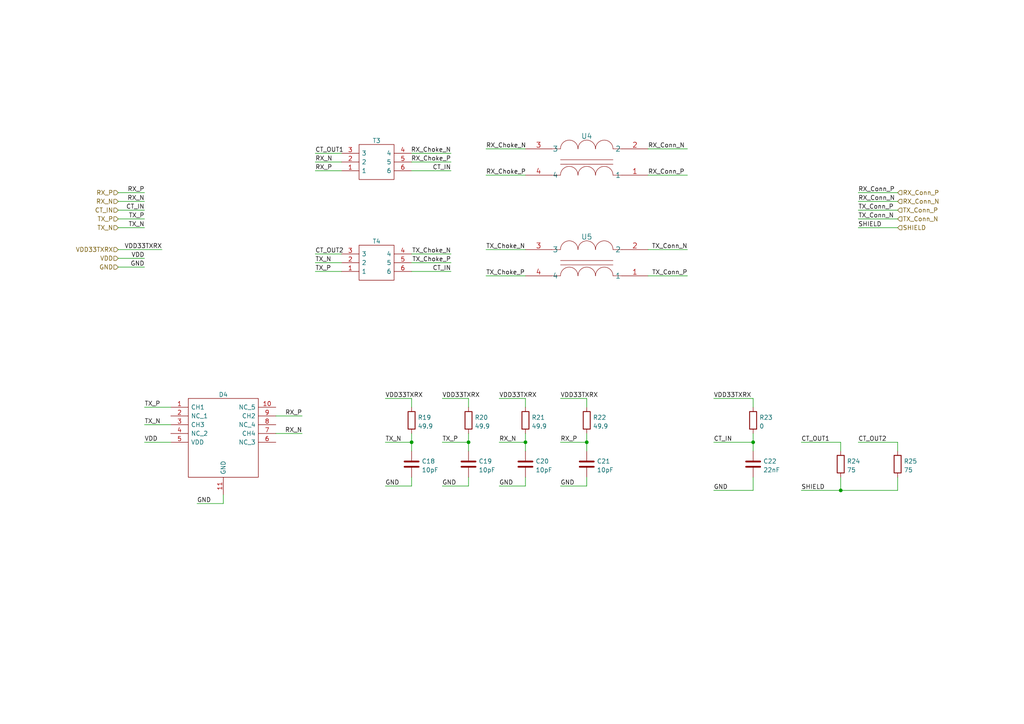
<source format=kicad_sch>
(kicad_sch (version 20230121) (generator eeschema)
  (paper "A4")
  (lib_symbols
    (symbol "CMS_ESD_Protection:CDDFN10-3304NA" (pin_names (offset 0.762))
      (property "Reference" "D" (at 26.67 7.62 0))
      (symbol "CDDFN10-3304NA_0_0"
        (pin bidirectional line (at 0 0 0) (length 5.08) (name "CH1") (number "1"))
        (pin passive line (at 30.48 0 180) (length 5.08) (name "NC_5") (number "10"))
        (pin power_in line (at 15.24 -25.4 90) (length 5.08) (name "GND") (number "11"))
        (pin passive line (at 0 -2.54 0) (length 5.08) (name "NC_1") (number "2"))
        (pin bidirectional line (at 0 -5.08 0) (length 5.08) (name "CH3") (number "3"))
        (pin passive line (at 0 -7.62 0) (length 5.08) (name "NC_2") (number "4"))
        (pin power_in line (at 0 -10.16 0) (length 5.08) (name "VDD") (number "5"))
        (pin passive line (at 30.48 -10.16 180) (length 5.08) (name "NC_3") (number "6"))
        (pin bidirectional line (at 30.48 -7.62 180) (length 5.08) (name "CH4") (number "7"))
        (pin passive line (at 30.48 -5.08 180) (length 5.08) (name "NC_4") (number "8"))
        (pin bidirectional line (at 30.48 -2.54 180) (length 5.08) (name "CH2") (number "9"))
      )
      (symbol "CDDFN10-3304NA_0_1"
        (polyline (pts (xy 5.08 2.54) (xy 25.4 2.54) (xy 25.4 -20.32) (xy 5.08 -20.32) (xy 5.08 2.54)) (stroke (width 0.1524)))
      )
    )
    (symbol "CMS_Transformer_Choke:ACM2012-900-2P-T001" (pin_names (offset 0.254))
      (property "Reference" "U" (at 20.32 10.16 0))
      (property "Value" "ACM2012-900-2P-T001" (at 20.32 7.62 0))
      (symbol "ACM2012-900-2P-T001_1_1"
        (polyline (pts (xy 12.7 -7.62) (xy 15.24 -7.62)) (stroke (width 0.127)))
        (polyline (pts (xy 12.7 0) (xy 15.24 0)) (stroke (width 0.127)))
        (polyline (pts (xy 15.24 -3.175) (xy 30.48 -3.175)) (stroke (width 0.127)))
        (polyline (pts (xy 30.48 -4.445) (xy 15.24 -4.445)) (stroke (width 0.127)))
        (polyline (pts (xy 33.02 -7.62) (xy 30.48 -7.62)) (stroke (width 0.127)))
        (polyline (pts (xy 33.02 0) (xy 30.48 0)) (stroke (width 0.127)))
        (arc (start 15.24 -7.62) (mid 17.78 -10.149) (end 20.32 -7.62) (stroke (width 0.127)))
        (arc (start 15.24 0) (mid 17.78 -2.529) (end 20.32 0) (stroke (width 0.127)))
        (arc (start 20.32 -7.62) (mid 22.86 -10.149) (end 25.4 -7.62) (stroke (width 0.127)))
        (arc (start 20.32 0) (mid 22.86 -2.529) (end 25.4 0) (stroke (width 0.127)))
        (arc (start 25.4 -7.62) (mid 27.94 -10.149) (end 30.48 -7.62) (stroke (width 0.127)))
        (arc (start 25.4 0) (mid 27.94 -2.529) (end 30.48 0) (stroke (width 0.127)))
        (pin unspecified line (at 5.08 0 0) (length 7.62) (name "1") (number "1"))
        (pin unspecified line (at 5.08 -7.62 0) (length 7.62) (name "2") (number "2"))
        (pin unspecified line (at 40.64 -7.62 180) (length 7.62) (name "3") (number "3"))
        (pin unspecified line (at 40.64 0 180) (length 7.62) (name "4") (number "4"))
      )
    )
    (symbol "CMS_Transformer_Choke:ALT4532M-171-T001" (pin_names (offset 0.762))
      (property "Reference" "T" (at 16.51 7.62 0))
      (symbol "ALT4532M-171-T001_0_0"
        (pin passive line (at 0 -5.08 0) (length 5.08) (name "1") (number "1"))
        (pin passive line (at 0 -2.54 0) (length 5.08) (name "2") (number "2"))
        (pin passive line (at 0 0 0) (length 5.08) (name "3") (number "3"))
        (pin passive line (at 20.32 0 180) (length 5.08) (name "4") (number "4"))
        (pin passive line (at 20.32 -2.54 180) (length 5.08) (name "5") (number "5"))
        (pin passive line (at 20.32 -5.08 180) (length 5.08) (name "6") (number "6"))
      )
      (symbol "ALT4532M-171-T001_0_1"
        (polyline (pts (xy 5.08 2.54) (xy 15.24 2.54) (xy 15.24 -7.62) (xy 5.08 -7.62) (xy 5.08 2.54)) (stroke (width 0.1524)))
      )
    )
    (symbol "Device:C" (pin_numbers hide) (pin_names (offset 0.254))
      (property "Reference" "C" (at 0.635 2.54 0))
      (property "Value" "C" (at 0.635 -2.54 0))
      (symbol "C_0_1"
        (polyline (pts (xy -2.032 -0.762) (xy 2.032 -0.762)) (stroke (width 0.508)))
        (polyline (pts (xy -2.032 0.762) (xy 2.032 0.762)) (stroke (width 0.508)))
      )
      (symbol "C_1_1"
        (pin passive line (at 0 3.81 270) (length 2.794) (name "~") (number "1"))
        (pin passive line (at 0 -3.81 90) (length 2.794) (name "~") (number "2"))
      )
    )
    (symbol "Device:R" (pin_numbers hide) (pin_names (offset 0))
      (property "Reference" "R" (at 2.032 0 90))
      (property "Value" "R" (at 0 0 90))
      (symbol "R_0_1"
        (rectangle (start -1.016 -2.54) (end 1.016 2.54) (stroke (width 0.254)))
      )
      (symbol "R_1_1"
        (pin passive line (at 0 3.81 270) (length 1.27) (name "~") (number "1"))
        (pin passive line (at 0 -3.81 90) (length 1.27) (name "~") (number "2"))
      )
    )
  )
  (junction (at 170.18 128.27))
  (junction (at 218.44 128.27))
  (junction (at 135.89 128.27))
  (junction (at 119.38 128.27))
  (junction (at 243.84 142.24))
  (junction (at 152.4 128.27))
  (wire (pts (xy 199.39 72.39) (xy 187.96 72.39)))
  (wire (pts (xy 152.4 72.39) (xy 140.97 72.39)))
  (wire (pts (xy 248.92 58.42) (xy 260.35 58.42)))
  (wire (pts (xy 34.29 58.42) (xy 41.91 58.42)))
  (wire (pts (xy 260.35 142.24) (xy 243.84 142.24)))
  (wire (pts (xy 152.4 128.27) (xy 152.4 130.81)))
  (wire (pts (xy 152.4 80.01) (xy 140.97 80.01)))
  (wire (pts (xy 130.81 78.74) (xy 119.38 78.74)))
  (wire (pts (xy 91.44 78.74) (xy 99.06 78.74)))
  (wire (pts (xy 218.44 118.11) (xy 218.44 115.57)))
  (wire (pts (xy 111.76 115.57) (xy 119.38 115.57)))
  (wire (pts (xy 135.89 125.73) (xy 135.89 128.27)))
  (wire (pts (xy 111.76 140.97) (xy 119.38 140.97)))
  (wire (pts (xy 248.92 128.27) (xy 260.35 128.27)))
  (wire (pts (xy 130.81 44.45) (xy 119.38 44.45)))
  (wire (pts (xy 218.44 125.73) (xy 218.44 128.27)))
  (wire (pts (xy 34.29 77.47) (xy 41.91 77.47)))
  (wire (pts (xy 34.29 72.39) (xy 46.99 72.39)))
  (wire (pts (xy 128.27 115.57) (xy 135.89 115.57)))
  (wire (pts (xy 170.18 118.11) (xy 170.18 115.57)))
  (wire (pts (xy 135.89 138.43) (xy 135.89 140.97)))
  (wire (pts (xy 130.81 76.2) (xy 119.38 76.2)))
  (wire (pts (xy 64.77 143.51) (xy 64.77 146.05)))
  (wire (pts (xy 119.38 125.73) (xy 119.38 128.27)))
  (wire (pts (xy 91.44 76.2) (xy 99.06 76.2)))
  (wire (pts (xy 128.27 140.97) (xy 135.89 140.97)))
  (wire (pts (xy 162.56 140.97) (xy 170.18 140.97)))
  (wire (pts (xy 119.38 128.27) (xy 111.76 128.27)))
  (wire (pts (xy 80.01 120.65) (xy 87.63 120.65)))
  (wire (pts (xy 144.78 140.97) (xy 152.4 140.97)))
  (wire (pts (xy 218.44 128.27) (xy 218.44 130.81)))
  (wire (pts (xy 119.38 128.27) (xy 119.38 130.81)))
  (wire (pts (xy 248.92 55.88) (xy 260.35 55.88)))
  (wire (pts (xy 144.78 115.57) (xy 152.4 115.57)))
  (wire (pts (xy 140.97 43.18) (xy 152.4 43.18)))
  (wire (pts (xy 170.18 138.43) (xy 170.18 140.97)))
  (wire (pts (xy 91.44 49.53) (xy 99.06 49.53)))
  (wire (pts (xy 91.44 73.66) (xy 99.06 73.66)))
  (wire (pts (xy 152.4 118.11) (xy 152.4 115.57)))
  (wire (pts (xy 135.89 118.11) (xy 135.89 115.57)))
  (wire (pts (xy 152.4 138.43) (xy 152.4 140.97)))
  (wire (pts (xy 135.89 128.27) (xy 135.89 130.81)))
  (wire (pts (xy 152.4 125.73) (xy 152.4 128.27)))
  (wire (pts (xy 207.01 128.27) (xy 218.44 128.27)))
  (wire (pts (xy 140.97 50.8) (xy 152.4 50.8)))
  (wire (pts (xy 199.39 80.01) (xy 187.96 80.01)))
  (wire (pts (xy 218.44 138.43) (xy 218.44 142.24)))
  (wire (pts (xy 207.01 115.57) (xy 218.44 115.57)))
  (wire (pts (xy 260.35 138.43) (xy 260.35 142.24)))
  (wire (pts (xy 34.29 63.5) (xy 41.91 63.5)))
  (wire (pts (xy 41.91 123.19) (xy 49.53 123.19)))
  (wire (pts (xy 187.96 50.8) (xy 199.39 50.8)))
  (wire (pts (xy 248.92 60.96) (xy 260.35 60.96)))
  (wire (pts (xy 80.01 125.73) (xy 87.63 125.73)))
  (wire (pts (xy 243.84 138.43) (xy 243.84 142.24)))
  (wire (pts (xy 248.92 66.04) (xy 260.35 66.04)))
  (wire (pts (xy 260.35 128.27) (xy 260.35 130.81)))
  (wire (pts (xy 130.81 49.53) (xy 119.38 49.53)))
  (wire (pts (xy 170.18 128.27) (xy 162.56 128.27)))
  (wire (pts (xy 130.81 73.66) (xy 119.38 73.66)))
  (wire (pts (xy 170.18 125.73) (xy 170.18 128.27)))
  (wire (pts (xy 152.4 128.27) (xy 144.78 128.27)))
  (wire (pts (xy 34.29 74.93) (xy 41.91 74.93)))
  (wire (pts (xy 232.41 142.24) (xy 243.84 142.24)))
  (wire (pts (xy 91.44 46.99) (xy 99.06 46.99)))
  (wire (pts (xy 91.44 44.45) (xy 99.06 44.45)))
  (wire (pts (xy 243.84 128.27) (xy 243.84 130.81)))
  (wire (pts (xy 41.91 118.11) (xy 49.53 118.11)))
  (wire (pts (xy 57.15 146.05) (xy 64.77 146.05)))
  (wire (pts (xy 170.18 128.27) (xy 170.18 130.81)))
  (wire (pts (xy 41.91 60.96) (xy 34.29 60.96)))
  (wire (pts (xy 49.53 128.27) (xy 41.91 128.27)))
  (wire (pts (xy 119.38 138.43) (xy 119.38 140.97)))
  (wire (pts (xy 135.89 128.27) (xy 128.27 128.27)))
  (wire (pts (xy 119.38 118.11) (xy 119.38 115.57)))
  (wire (pts (xy 34.29 66.04) (xy 41.91 66.04)))
  (wire (pts (xy 232.41 128.27) (xy 243.84 128.27)))
  (wire (pts (xy 119.38 46.99) (xy 130.81 46.99)))
  (wire (pts (xy 162.56 115.57) (xy 170.18 115.57)))
  (wire (pts (xy 207.01 142.24) (xy 218.44 142.24)))
  (wire (pts (xy 187.96 43.18) (xy 199.39 43.18)))
  (wire (pts (xy 34.29 55.88) (xy 41.91 55.88)))
  (wire (pts (xy 248.92 63.5) (xy 260.35 63.5)))
  (label "TX_Conn_P" (at 248.92 60.96 0))
  (label "VDD33TXRX" (at 144.78 115.57 0))
  (label "TX_P" (at 41.91 63.5 180))
  (label "CT_OUT1" (at 91.44 44.45 0))
  (label "RX_Conn_N" (at 187.96 43.18 0))
  (label "GND" (at 128.27 140.97 0))
  (label "TX_Conn_P" (at 199.39 80.01 180))
  (label "RX_Conn_N" (at 248.92 58.42 0))
  (label "CT_IN" (at 207.01 128.27 0))
  (label "GND" (at 41.91 77.47 180))
  (label "VDD33TXRX" (at 46.99 72.39 180))
  (label "RX_N" (at 41.91 58.42 180))
  (label "SHIELD" (at 232.41 142.24 0))
  (label "CT_IN" (at 130.81 78.74 180))
  (label "RX_N" (at 91.44 46.99 0))
  (label "TX_N" (at 111.76 128.27 0))
  (label "TX_Conn_N" (at 199.39 72.39 180))
  (label "VDD33TXRX" (at 207.01 115.57 0))
  (label "TX_P" (at 41.91 118.11 0))
  (label "CT_OUT2" (at 248.92 128.27 0))
  (label "RX_Choke_N" (at 140.97 43.18 0))
  (label "VDD33TXRX" (at 162.56 115.57 0))
  (label "RX_Choke_P" (at 130.81 46.99 180))
  (label "CT_IN" (at 41.91 60.96 180))
  (label "RX_N" (at 87.63 125.73 180))
  (label "TX_N" (at 41.91 66.04 180))
  (label "CT_IN" (at 130.81 49.53 180))
  (label "CT_OUT2" (at 91.44 73.66 0))
  (label "VDD" (at 41.91 74.93 180))
  (label "TX_Choke_N" (at 140.97 72.39 0))
  (label "RX_P" (at 41.91 55.88 180))
  (label "TX_P" (at 91.44 78.74 0))
  (label "RX_P" (at 162.56 128.27 0))
  (label "TX_Choke_P" (at 140.97 80.01 0))
  (label "TX_N" (at 91.44 76.2 0))
  (label "RX_Choke_P" (at 140.97 50.8 0))
  (label "RX_P" (at 91.44 49.53 0))
  (label "GND" (at 162.56 140.97 0))
  (label "GND" (at 207.01 142.24 0))
  (label "SHIELD" (at 248.92 66.04 0))
  (label "TX_Conn_N" (at 248.92 63.5 0))
  (label "RX_Choke_N" (at 130.81 44.45 180))
  (label "TX_N" (at 41.91 123.19 0))
  (label "RX_Conn_P" (at 248.92 55.88 0))
  (label "VDD" (at 41.91 128.27 0))
  (label "RX_P" (at 87.63 120.65 180))
  (label "TX_Choke_N" (at 130.81 73.66 180))
  (label "VDD33TXRX" (at 128.27 115.57 0))
  (label "RX_Conn_P" (at 187.96 50.8 0))
  (label "GND" (at 144.78 140.97 0))
  (label "TX_P" (at 128.27 128.27 0))
  (label "TX_Choke_P" (at 130.81 76.2 180))
  (label "RX_N" (at 144.78 128.27 0))
  (label "GND" (at 111.76 140.97 0))
  (label "CT_OUT1" (at 232.41 128.27 0))
  (label "GND" (at 57.15 146.05 0))
  (label "VDD33TXRX" (at 111.76 115.57 0))
  (hierarchical_label "SHIELD" (shape input) (at 260.35 66.04 0))
  (hierarchical_label "CT_IN" (shape input) (at 34.29 60.96 180))
  (hierarchical_label "VDD33TXRX" (shape input) (at 34.29 72.39 180))
  (hierarchical_label "GND" (shape input) (at 34.29 77.47 180))
  (hierarchical_label "VDD" (shape input) (at 34.29 74.93 180))
  (hierarchical_label "TX_Conn_N" (shape input) (at 260.35 63.5 0))
  (hierarchical_label "RX_Conn_P" (shape input) (at 260.35 55.88 0))
  (hierarchical_label "RX_P" (shape input) (at 34.29 55.88 180))
  (hierarchical_label "TX_P" (shape input) (at 34.29 63.5 180))
  (hierarchical_label "TX_Conn_P" (shape input) (at 260.35 60.96 0))
  (hierarchical_label "TX_N" (shape input) (at 34.29 66.04 180))
  (hierarchical_label "RX_Conn_N" (shape input) (at 260.35 58.42 0))
  (hierarchical_label "RX_N" (shape input) (at 34.29 58.42 180))
  (symbol (lib_id "Device:R") (at 218.44 121.92 180) (unit 1)
    (property "Reference" "R23" (at 220.218 121.0853 0) (effects (justify right)))
    (property "Value" "0" (at 220.218 123.6222 0) (effects (justify right)))
    (property "Footprint" "Resistor_SMD:R_0603_1608Metric_Pad0.98x0.95mm_HandSolder" (effects hide))
    (property "MPN" "RC0603JR-070RL" (effects hide))
  )
  (symbol (lib_id "CMS_Transformer_Choke:ACM2012-900-2P-T001") (at 193.04 80.01 180) (unit 1)
    (property "Reference" "U5" (at 170.18 68.6958 0) (effects (font (size 1.524 1.524))))
    (property "Value" "ACM2012-121-2P-T001" (effects hide))
    (property "Footprint" "CMS_Transformer_Choke:ACM2012-900-2P-T001" (effects hide))
    (property "MPN" "ACM2012-121-2P-T001" (effects hide))
  )
  (symbol (lib_id "Device:R") (at 135.89 121.92 180) (unit 1)
    (property "Reference" "R20" (at 137.668 121.0853 0) (effects (justify right)))
    (property "Value" "49.9" (at 137.668 123.6222 0) (effects (justify right)))
    (property "Footprint" "Resistor_SMD:R_0402_1005Metric" (effects hide))
    (property "MPN" "SDR03EZPF49R9" (effects hide))
  )
  (symbol (lib_id "CMS_ESD_Protection:CDDFN10-3304NA") (at 49.53 118.11 0) (unit 1)
    (property "Reference" "D4" (at 64.77 114.458 0))
    (property "Value" "CDDFN10-3304NA" (effects hide))
    (property "Footprint" "CMS_ESD_Protection:CDDFN10-3304NA" (effects hide))
    (property "Datasheet" "http://uk.rs-online.com/web/p/products/1651336" (effects hide))
    (property "MPN" "CDDFN10-3304NA" (effects hide))
  )
  (symbol (lib_id "Device:R") (at 119.38 121.92 180) (unit 1)
    (property "Reference" "R19" (at 121.158 121.0853 0) (effects (justify right)))
    (property "Value" "49.9" (at 121.158 123.6222 0) (effects (justify right)))
    (property "Footprint" "Resistor_SMD:R_0402_1005Metric" (effects hide))
    (property "MPN" "SDR03EZPF49R9" (effects hide))
  )
  (symbol (lib_id "Device:R") (at 243.84 134.62 0) (unit 1)
    (property "Reference" "R24" (at 245.618 133.7853 0) (effects (justify left)))
    (property "Value" "75" (at 245.618 136.3222 0) (effects (justify left)))
    (property "Footprint" "Resistor_SMD:R_0603_1608Metric_Pad0.98x0.95mm_HandSolder" (effects hide))
    (property "MPN" "ESR03EZPJ750" (effects hide))
  )
  (symbol (lib_id "Device:C") (at 119.38 134.62 0) (unit 1)
    (property "Reference" "C18" (at 122.301 133.7853 0) (effects (justify left)))
    (property "Value" "10pF" (at 122.301 136.3222 0) (effects (justify left)))
    (property "Footprint" "Capacitor_SMD:C_0402_1005Metric" (effects hide))
    (property "MPN" "C0402C100K5RACAUTO" (effects hide))
  )
  (symbol (lib_id "Device:C") (at 135.89 134.62 0) (unit 1)
    (property "Reference" "C19" (at 138.811 133.7853 0) (effects (justify left)))
    (property "Value" "10pF" (at 138.811 136.3222 0) (effects (justify left)))
    (property "Footprint" "Capacitor_SMD:C_0402_1005Metric" (effects hide))
    (property "MPN" "C0402C100K5RACAUTO" (effects hide))
  )
  (symbol (lib_id "Device:C") (at 170.18 134.62 0) (unit 1)
    (property "Reference" "C21" (at 173.101 133.7853 0) (effects (justify left)))
    (property "Value" "10pF" (at 173.101 136.3222 0) (effects (justify left)))
    (property "Footprint" "Capacitor_SMD:C_0402_1005Metric" (effects hide))
    (property "MPN" "C0402C100K5RACAUTO" (effects hide))
  )
  (symbol (lib_id "Device:R") (at 260.35 134.62 0) (unit 1)
    (property "Reference" "R25" (at 262.128 133.7853 0) (effects (justify left)))
    (property "Value" "75" (at 262.128 136.3222 0) (effects (justify left)))
    (property "Footprint" "Resistor_SMD:R_0603_1608Metric_Pad0.98x0.95mm_HandSolder" (effects hide))
    (property "MPN" "ESR03EZPJ750" (effects hide))
  )
  (symbol (lib_id "Device:C") (at 218.44 134.62 0) (unit 1)
    (property "Reference" "C22" (at 221.361 133.7853 0) (effects (justify left)))
    (property "Value" "22nF" (at 221.361 136.3222 0) (effects (justify left)))
    (property "Footprint" "Capacitor_SMD:C_0603_1608Metric" (effects hide))
    (property "MPN" "C1608X7R1H223K080AA" (effects hide))
  )
  (symbol (lib_id "CMS_Transformer_Choke:ACM2012-900-2P-T001") (at 193.04 50.8 180) (unit 1)
    (property "Reference" "U4" (at 170.18 39.4858 0) (effects (font (size 1.524 1.524))))
    (property "Value" "ACM2012-121-2P-T001" (effects hide))
    (property "Footprint" "CMS_Transformer_Choke:ACM2012-900-2P-T001" (effects hide))
    (property "MPN" "ACM2012-121-2P-T001" (effects hide))
  )
  (symbol (lib_id "Device:R") (at 152.4 121.92 180) (unit 1)
    (property "Reference" "R21" (at 154.178 121.0853 0) (effects (justify right)))
    (property "Value" "49.9" (at 154.178 123.6222 0) (effects (justify right)))
    (property "Footprint" "Resistor_SMD:R_0402_1005Metric" (effects hide))
    (property "MPN" "SDR03EZPF49R9" (effects hide))
  )
  (symbol (lib_id "CMS_Transformer_Choke:ALT4532M-171-T001") (at 99.06 44.45 0) (unit 1)
    (property "Reference" "T3" (at 109.22 40.798 0))
    (property "Value" "ALT4532M-201-T001" (effects hide))
    (property "Footprint" "CMS_Transformer_Choke:ALT4532M171T001" (effects hide))
    (property "Datasheet" "https://product.tdk.com/system/files/dam/doc/product/transformer/transformer/lan/catalog/trans_alt_en.pdf" (effects hide))
    (property "MPN" "ALT4532M-171-T001" (effects hide))
  )
  (symbol (lib_id "Device:C") (at 152.4 134.62 0) (unit 1)
    (property "Reference" "C20" (at 155.321 133.7853 0) (effects (justify left)))
    (property "Value" "10pF" (at 155.321 136.3222 0) (effects (justify left)))
    (property "Footprint" "Capacitor_SMD:C_0402_1005Metric" (effects hide))
    (property "MPN" "C0402C100K5RACAUTO" (effects hide))
  )
  (symbol (lib_id "CMS_Transformer_Choke:ALT4532M-171-T001") (at 99.06 73.66 0) (unit 1)
    (property "Reference" "T4" (at 109.22 70.008 0))
    (property "Value" "ALT4532M-201-T001" (effects hide))
    (property "Footprint" "CMS_Transformer_Choke:ALT4532M171T001" (effects hide))
    (property "Datasheet" "https://product.tdk.com/system/files/dam/doc/product/transformer/transformer/lan/catalog/trans_alt_en.pdf" (effects hide))
    (property "MPN" "ALT4532M-171-T001" (effects hide))
  )
  (symbol (lib_id "Device:R") (at 170.18 121.92 180) (unit 1)
    (property "Reference" "R22" (at 171.958 121.0853 0) (effects (justify right)))
    (property "Value" "49.9" (at 171.958 123.6222 0) (effects (justify right)))
    (property "Footprint" "Resistor_SMD:R_0402_1005Metric" (effects hide))
    (property "MPN" "SDR03EZPF49R9" (effects hide))
  )
)
</source>
